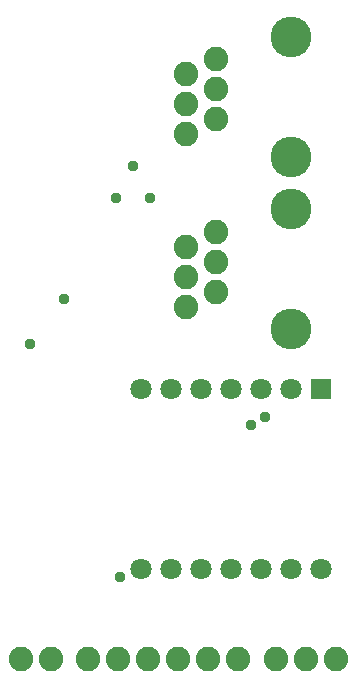
<source format=gbr>
G04 EAGLE Gerber RS-274X export*
G75*
%MOIN*%
%FSLAX34Y34*%
%LPD*%
%INSoldermask Bottom*%
%IPPOS*%
%AMOC8*
5,1,8,0,0,1.08239X$1,22.5*%
G01*
%ADD10C,0.082000*%
%ADD11C,0.136000*%
%ADD12R,0.070992X0.070992*%
%ADD13C,0.070992*%
%ADD14C,0.037780*%


D10*
X28000Y27000D03*
X29000Y27500D03*
X28000Y28000D03*
X29000Y28500D03*
X28000Y29000D03*
X29000Y29500D03*
D11*
X31500Y26250D03*
X31500Y30250D03*
D10*
X28000Y21250D03*
X29000Y21750D03*
X28000Y22250D03*
X29000Y22750D03*
X28000Y23250D03*
X29000Y23750D03*
D11*
X31500Y20500D03*
X31500Y24500D03*
D10*
X24750Y9500D03*
X25750Y9500D03*
X26750Y9500D03*
X27750Y9500D03*
X28750Y9500D03*
X29750Y9500D03*
X23500Y9500D03*
X22500Y9500D03*
X31000Y9500D03*
X32000Y9500D03*
X33000Y9500D03*
D12*
X32500Y18500D03*
D13*
X31500Y18500D03*
X30500Y18500D03*
X29500Y18500D03*
X28500Y18500D03*
X27500Y18500D03*
X26500Y18500D03*
X26500Y12500D03*
X27500Y12500D03*
X28500Y12500D03*
X29500Y12500D03*
X30500Y12500D03*
X31500Y12500D03*
X32500Y12500D03*
D14*
X25688Y24875D03*
X26813Y24875D03*
X26250Y25938D03*
X23938Y21500D03*
X22813Y20000D03*
X30188Y17313D03*
X30625Y17563D03*
X25813Y12250D03*
M02*

</source>
